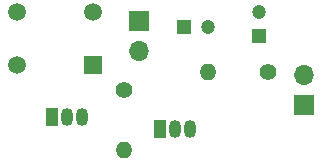
<source format=gbr>
%TF.GenerationSoftware,KiCad,Pcbnew,(5.1.12)-1*%
%TF.CreationDate,2023-08-18T14:03:13+05:30*%
%TF.ProjectId,BURGLAR  ALARAM,42555247-4c41-4522-9020-414c4152414d,rev?*%
%TF.SameCoordinates,Original*%
%TF.FileFunction,Soldermask,Top*%
%TF.FilePolarity,Negative*%
%FSLAX46Y46*%
G04 Gerber Fmt 4.6, Leading zero omitted, Abs format (unit mm)*
G04 Created by KiCad (PCBNEW (5.1.12)-1) date 2023-08-18 14:03:13*
%MOMM*%
%LPD*%
G01*
G04 APERTURE LIST*
%ADD10O,1.700000X1.700000*%
%ADD11R,1.700000X1.700000*%
%ADD12C,1.498000*%
%ADD13R,1.498000X1.498000*%
%ADD14O,1.400000X1.400000*%
%ADD15C,1.400000*%
%ADD16R,1.050000X1.500000*%
%ADD17O,1.050000X1.500000*%
%ADD18C,1.200000*%
%ADD19R,1.200000X1.200000*%
G04 APERTURE END LIST*
D10*
%TO.C,SP1*%
X131826000Y-71882000D03*
D11*
X131826000Y-69342000D03*
%TD*%
D12*
%TO.C,S1*%
X121464000Y-68616000D03*
X127964000Y-68616000D03*
X121464000Y-73116000D03*
D13*
X127964000Y-73116000D03*
%TD*%
D14*
%TO.C,R2*%
X130556000Y-80264000D03*
D15*
X130556000Y-75184000D03*
%TD*%
D14*
%TO.C,R1*%
X137668000Y-73660000D03*
D15*
X142748000Y-73660000D03*
%TD*%
D16*
%TO.C,Q2*%
X133604000Y-78486000D03*
D17*
X136144000Y-78486000D03*
X134874000Y-78486000D03*
%TD*%
D16*
%TO.C,Q1*%
X124460000Y-77470000D03*
D17*
X127000000Y-77470000D03*
X125730000Y-77470000D03*
%TD*%
D18*
%TO.C,C2*%
X141986000Y-68612000D03*
D19*
X141986000Y-70612000D03*
%TD*%
D18*
%TO.C,C1*%
X137636000Y-69850000D03*
D19*
X135636000Y-69850000D03*
%TD*%
D10*
%TO.C,3V1*%
X145796000Y-73914000D03*
D11*
X145796000Y-76454000D03*
%TD*%
M02*

</source>
